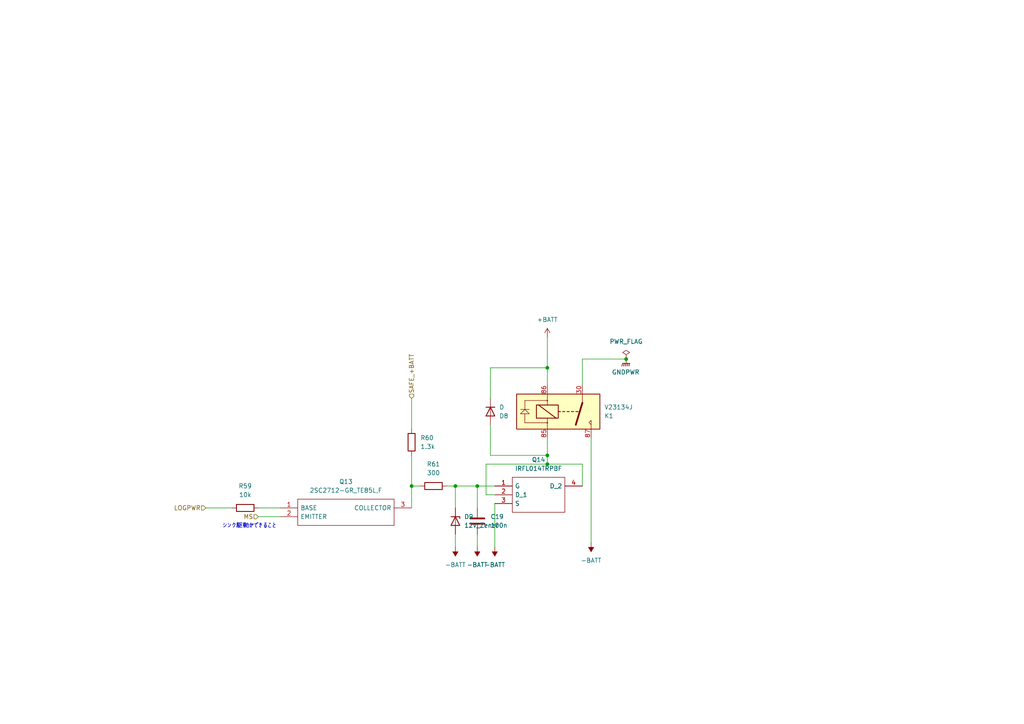
<source format=kicad_sch>
(kicad_sch
	(version 20231120)
	(generator "eeschema")
	(generator_version "8.0")
	(uuid "250bf64c-21f9-4f7b-b89e-c2506a3bc81e")
	(paper "A4")
	(lib_symbols
		(symbol "Device:C"
			(pin_numbers hide)
			(pin_names
				(offset 0.254)
			)
			(exclude_from_sim no)
			(in_bom yes)
			(on_board yes)
			(property "Reference" "C"
				(at 0.635 2.54 0)
				(effects
					(font
						(size 1.27 1.27)
					)
					(justify left)
				)
			)
			(property "Value" "C"
				(at 0.635 -2.54 0)
				(effects
					(font
						(size 1.27 1.27)
					)
					(justify left)
				)
			)
			(property "Footprint" ""
				(at 0.9652 -3.81 0)
				(effects
					(font
						(size 1.27 1.27)
					)
					(hide yes)
				)
			)
			(property "Datasheet" "~"
				(at 0 0 0)
				(effects
					(font
						(size 1.27 1.27)
					)
					(hide yes)
				)
			)
			(property "Description" "Unpolarized capacitor"
				(at 0 0 0)
				(effects
					(font
						(size 1.27 1.27)
					)
					(hide yes)
				)
			)
			(property "ki_keywords" "cap capacitor"
				(at 0 0 0)
				(effects
					(font
						(size 1.27 1.27)
					)
					(hide yes)
				)
			)
			(property "ki_fp_filters" "C_*"
				(at 0 0 0)
				(effects
					(font
						(size 1.27 1.27)
					)
					(hide yes)
				)
			)
			(symbol "C_0_1"
				(polyline
					(pts
						(xy -2.032 -0.762) (xy 2.032 -0.762)
					)
					(stroke
						(width 0.508)
						(type default)
					)
					(fill
						(type none)
					)
				)
				(polyline
					(pts
						(xy -2.032 0.762) (xy 2.032 0.762)
					)
					(stroke
						(width 0.508)
						(type default)
					)
					(fill
						(type none)
					)
				)
			)
			(symbol "C_1_1"
				(pin passive line
					(at 0 3.81 270)
					(length 2.794)
					(name "~"
						(effects
							(font
								(size 1.27 1.27)
							)
						)
					)
					(number "1"
						(effects
							(font
								(size 1.27 1.27)
							)
						)
					)
				)
				(pin passive line
					(at 0 -3.81 90)
					(length 2.794)
					(name "~"
						(effects
							(font
								(size 1.27 1.27)
							)
						)
					)
					(number "2"
						(effects
							(font
								(size 1.27 1.27)
							)
						)
					)
				)
			)
		)
		(symbol "Device:D"
			(pin_numbers hide)
			(pin_names
				(offset 1.016) hide)
			(exclude_from_sim no)
			(in_bom yes)
			(on_board yes)
			(property "Reference" "D"
				(at 0 2.54 0)
				(effects
					(font
						(size 1.27 1.27)
					)
				)
			)
			(property "Value" "D"
				(at 0 -2.54 0)
				(effects
					(font
						(size 1.27 1.27)
					)
				)
			)
			(property "Footprint" ""
				(at 0 0 0)
				(effects
					(font
						(size 1.27 1.27)
					)
					(hide yes)
				)
			)
			(property "Datasheet" "~"
				(at 0 0 0)
				(effects
					(font
						(size 1.27 1.27)
					)
					(hide yes)
				)
			)
			(property "Description" "Diode"
				(at 0 0 0)
				(effects
					(font
						(size 1.27 1.27)
					)
					(hide yes)
				)
			)
			(property "Sim.Device" "D"
				(at 0 0 0)
				(effects
					(font
						(size 1.27 1.27)
					)
					(hide yes)
				)
			)
			(property "Sim.Pins" "1=K 2=A"
				(at 0 0 0)
				(effects
					(font
						(size 1.27 1.27)
					)
					(hide yes)
				)
			)
			(property "ki_keywords" "diode"
				(at 0 0 0)
				(effects
					(font
						(size 1.27 1.27)
					)
					(hide yes)
				)
			)
			(property "ki_fp_filters" "TO-???* *_Diode_* *SingleDiode* D_*"
				(at 0 0 0)
				(effects
					(font
						(size 1.27 1.27)
					)
					(hide yes)
				)
			)
			(symbol "D_0_1"
				(polyline
					(pts
						(xy -1.27 1.27) (xy -1.27 -1.27)
					)
					(stroke
						(width 0.254)
						(type default)
					)
					(fill
						(type none)
					)
				)
				(polyline
					(pts
						(xy 1.27 0) (xy -1.27 0)
					)
					(stroke
						(width 0)
						(type default)
					)
					(fill
						(type none)
					)
				)
				(polyline
					(pts
						(xy 1.27 1.27) (xy 1.27 -1.27) (xy -1.27 0) (xy 1.27 1.27)
					)
					(stroke
						(width 0.254)
						(type default)
					)
					(fill
						(type none)
					)
				)
			)
			(symbol "D_1_1"
				(pin passive line
					(at -3.81 0 0)
					(length 2.54)
					(name "K"
						(effects
							(font
								(size 1.27 1.27)
							)
						)
					)
					(number "1"
						(effects
							(font
								(size 1.27 1.27)
							)
						)
					)
				)
				(pin passive line
					(at 3.81 0 180)
					(length 2.54)
					(name "A"
						(effects
							(font
								(size 1.27 1.27)
							)
						)
					)
					(number "2"
						(effects
							(font
								(size 1.27 1.27)
							)
						)
					)
				)
			)
		)
		(symbol "Device:D_Zener"
			(pin_numbers hide)
			(pin_names
				(offset 1.016) hide)
			(exclude_from_sim no)
			(in_bom yes)
			(on_board yes)
			(property "Reference" "D"
				(at 0 2.54 0)
				(effects
					(font
						(size 1.27 1.27)
					)
				)
			)
			(property "Value" "D_Zener"
				(at 0 -2.54 0)
				(effects
					(font
						(size 1.27 1.27)
					)
				)
			)
			(property "Footprint" ""
				(at 0 0 0)
				(effects
					(font
						(size 1.27 1.27)
					)
					(hide yes)
				)
			)
			(property "Datasheet" "~"
				(at 0 0 0)
				(effects
					(font
						(size 1.27 1.27)
					)
					(hide yes)
				)
			)
			(property "Description" "Zener diode"
				(at 0 0 0)
				(effects
					(font
						(size 1.27 1.27)
					)
					(hide yes)
				)
			)
			(property "ki_keywords" "diode"
				(at 0 0 0)
				(effects
					(font
						(size 1.27 1.27)
					)
					(hide yes)
				)
			)
			(property "ki_fp_filters" "TO-???* *_Diode_* *SingleDiode* D_*"
				(at 0 0 0)
				(effects
					(font
						(size 1.27 1.27)
					)
					(hide yes)
				)
			)
			(symbol "D_Zener_0_1"
				(polyline
					(pts
						(xy 1.27 0) (xy -1.27 0)
					)
					(stroke
						(width 0)
						(type default)
					)
					(fill
						(type none)
					)
				)
				(polyline
					(pts
						(xy -1.27 -1.27) (xy -1.27 1.27) (xy -0.762 1.27)
					)
					(stroke
						(width 0.254)
						(type default)
					)
					(fill
						(type none)
					)
				)
				(polyline
					(pts
						(xy 1.27 -1.27) (xy 1.27 1.27) (xy -1.27 0) (xy 1.27 -1.27)
					)
					(stroke
						(width 0.254)
						(type default)
					)
					(fill
						(type none)
					)
				)
			)
			(symbol "D_Zener_1_1"
				(pin passive line
					(at -3.81 0 0)
					(length 2.54)
					(name "K"
						(effects
							(font
								(size 1.27 1.27)
							)
						)
					)
					(number "1"
						(effects
							(font
								(size 1.27 1.27)
							)
						)
					)
				)
				(pin passive line
					(at 3.81 0 180)
					(length 2.54)
					(name "A"
						(effects
							(font
								(size 1.27 1.27)
							)
						)
					)
					(number "2"
						(effects
							(font
								(size 1.27 1.27)
							)
						)
					)
				)
			)
		)
		(symbol "Device:R"
			(pin_numbers hide)
			(pin_names
				(offset 0)
			)
			(exclude_from_sim no)
			(in_bom yes)
			(on_board yes)
			(property "Reference" "R"
				(at 2.032 0 90)
				(effects
					(font
						(size 1.27 1.27)
					)
				)
			)
			(property "Value" "R"
				(at 0 0 90)
				(effects
					(font
						(size 1.27 1.27)
					)
				)
			)
			(property "Footprint" ""
				(at -1.778 0 90)
				(effects
					(font
						(size 1.27 1.27)
					)
					(hide yes)
				)
			)
			(property "Datasheet" "~"
				(at 0 0 0)
				(effects
					(font
						(size 1.27 1.27)
					)
					(hide yes)
				)
			)
			(property "Description" "Resistor"
				(at 0 0 0)
				(effects
					(font
						(size 1.27 1.27)
					)
					(hide yes)
				)
			)
			(property "ki_keywords" "R res resistor"
				(at 0 0 0)
				(effects
					(font
						(size 1.27 1.27)
					)
					(hide yes)
				)
			)
			(property "ki_fp_filters" "R_*"
				(at 0 0 0)
				(effects
					(font
						(size 1.27 1.27)
					)
					(hide yes)
				)
			)
			(symbol "R_0_1"
				(rectangle
					(start -1.016 -2.54)
					(end 1.016 2.54)
					(stroke
						(width 0.254)
						(type default)
					)
					(fill
						(type none)
					)
				)
			)
			(symbol "R_1_1"
				(pin passive line
					(at 0 3.81 270)
					(length 1.27)
					(name "~"
						(effects
							(font
								(size 1.27 1.27)
							)
						)
					)
					(number "1"
						(effects
							(font
								(size 1.27 1.27)
							)
						)
					)
				)
				(pin passive line
					(at 0 -3.81 90)
					(length 1.27)
					(name "~"
						(effects
							(font
								(size 1.27 1.27)
							)
						)
					)
					(number "2"
						(effects
							(font
								(size 1.27 1.27)
							)
						)
					)
				)
			)
		)
		(symbol "SamacSys_Parts:2SC2712-GR_TE85L,F"
			(pin_names
				(offset 0.762)
			)
			(exclude_from_sim no)
			(in_bom yes)
			(on_board yes)
			(property "Reference" "Q"
				(at 34.29 7.62 0)
				(effects
					(font
						(size 1.27 1.27)
					)
					(justify left)
				)
			)
			(property "Value" "2SC2712-GR_TE85L,F"
				(at 34.29 5.08 0)
				(effects
					(font
						(size 1.27 1.27)
					)
					(justify left)
				)
			)
			(property "Footprint" "SOT95P260X156-3N"
				(at 34.29 2.54 0)
				(effects
					(font
						(size 1.27 1.27)
					)
					(justify left)
					(hide yes)
				)
			)
			(property "Datasheet" "https://toshiba.semicon-storage.com/info/docget.jsp?did=19227&prodName=2SC2712"
				(at 34.29 0 0)
				(effects
					(font
						(size 1.27 1.27)
					)
					(justify left)
					(hide yes)
				)
			)
			(property "Description" "Bipolar Transistors - BJT 150mA 50V"
				(at 0 0 0)
				(effects
					(font
						(size 1.27 1.27)
					)
					(hide yes)
				)
			)
			(property "Description_1" "Bipolar Transistors - BJT 150mA 50V"
				(at 34.29 -2.54 0)
				(effects
					(font
						(size 1.27 1.27)
					)
					(justify left)
					(hide yes)
				)
			)
			(property "Height" "1.56"
				(at 34.29 -5.08 0)
				(effects
					(font
						(size 1.27 1.27)
					)
					(justify left)
					(hide yes)
				)
			)
			(property "Manufacturer_Name" "Toshiba"
				(at 34.29 -7.62 0)
				(effects
					(font
						(size 1.27 1.27)
					)
					(justify left)
					(hide yes)
				)
			)
			(property "Manufacturer_Part_Number" "2SC2712-GR(TE85L,F"
				(at 34.29 -10.16 0)
				(effects
					(font
						(size 1.27 1.27)
					)
					(justify left)
					(hide yes)
				)
			)
			(property "Mouser Part Number" "757-2SC2712-GRTE85LF"
				(at 34.29 -12.7 0)
				(effects
					(font
						(size 1.27 1.27)
					)
					(justify left)
					(hide yes)
				)
			)
			(property "Mouser Price/Stock" "https://www.mouser.co.uk/ProductDetail/Toshiba/2SC2712-GRTE85LF?qs=f0GatGUIxV0SO9AeNG4Chw%3D%3D"
				(at 34.29 -15.24 0)
				(effects
					(font
						(size 1.27 1.27)
					)
					(justify left)
					(hide yes)
				)
			)
			(property "Arrow Part Number" "2SC2712-GR(TE85L,F"
				(at 34.29 -17.78 0)
				(effects
					(font
						(size 1.27 1.27)
					)
					(justify left)
					(hide yes)
				)
			)
			(property "Arrow Price/Stock" "https://www.arrow.com/en/products/2sc2712-gr-te85lf/toshiba?region=nac"
				(at 34.29 -20.32 0)
				(effects
					(font
						(size 1.27 1.27)
					)
					(justify left)
					(hide yes)
				)
			)
			(symbol "2SC2712-GR_TE85L,F_0_0"
				(pin passive line
					(at 0 0 0)
					(length 5.08)
					(name "BASE"
						(effects
							(font
								(size 1.27 1.27)
							)
						)
					)
					(number "1"
						(effects
							(font
								(size 1.27 1.27)
							)
						)
					)
				)
				(pin passive line
					(at 0 -2.54 0)
					(length 5.08)
					(name "EMITTER"
						(effects
							(font
								(size 1.27 1.27)
							)
						)
					)
					(number "2"
						(effects
							(font
								(size 1.27 1.27)
							)
						)
					)
				)
				(pin passive line
					(at 38.1 0 180)
					(length 5.08)
					(name "COLLECTOR"
						(effects
							(font
								(size 1.27 1.27)
							)
						)
					)
					(number "3"
						(effects
							(font
								(size 1.27 1.27)
							)
						)
					)
				)
			)
			(symbol "2SC2712-GR_TE85L,F_0_1"
				(polyline
					(pts
						(xy 5.08 2.54) (xy 33.02 2.54) (xy 33.02 -5.08) (xy 5.08 -5.08) (xy 5.08 2.54)
					)
					(stroke
						(width 0.1524)
						(type solid)
					)
					(fill
						(type none)
					)
				)
			)
		)
		(symbol "SamacSys_Parts:IRFL014TRPBF"
			(pin_names
				(offset 0.762)
			)
			(exclude_from_sim no)
			(in_bom yes)
			(on_board yes)
			(property "Reference" "Q"
				(at 21.59 7.62 0)
				(effects
					(font
						(size 1.27 1.27)
					)
					(justify left)
				)
			)
			(property "Value" "IRFL014TRPBF"
				(at 21.59 5.08 0)
				(effects
					(font
						(size 1.27 1.27)
					)
					(justify left)
				)
			)
			(property "Footprint" "SOT230P700X180-4N"
				(at 21.59 2.54 0)
				(effects
					(font
						(size 1.27 1.27)
					)
					(justify left)
					(hide yes)
				)
			)
			(property "Datasheet" "https://www.vishay.com/docs/91191/sihfl014.pdf"
				(at 21.59 0 0)
				(effects
					(font
						(size 1.27 1.27)
					)
					(justify left)
					(hide yes)
				)
			)
			(property "Description" "Vishay IRFL014TRPBF N-channel MOSFET Transistor, 2.7 A, 60 V, 3-Pin SOT-223"
				(at 0 0 0)
				(effects
					(font
						(size 1.27 1.27)
					)
					(hide yes)
				)
			)
			(property "Description_1" "Vishay IRFL014TRPBF N-channel MOSFET Transistor, 2.7 A, 60 V, 3-Pin SOT-223"
				(at 21.59 -2.54 0)
				(effects
					(font
						(size 1.27 1.27)
					)
					(justify left)
					(hide yes)
				)
			)
			(property "Height" "1.8"
				(at 21.59 -5.08 0)
				(effects
					(font
						(size 1.27 1.27)
					)
					(justify left)
					(hide yes)
				)
			)
			(property "Manufacturer_Name" "Vishay"
				(at 21.59 -7.62 0)
				(effects
					(font
						(size 1.27 1.27)
					)
					(justify left)
					(hide yes)
				)
			)
			(property "Manufacturer_Part_Number" "IRFL014TRPBF"
				(at 21.59 -10.16 0)
				(effects
					(font
						(size 1.27 1.27)
					)
					(justify left)
					(hide yes)
				)
			)
			(property "Mouser Part Number" "844-IRFL014TRPBF"
				(at 21.59 -12.7 0)
				(effects
					(font
						(size 1.27 1.27)
					)
					(justify left)
					(hide yes)
				)
			)
			(property "Mouser Price/Stock" "https://www.mouser.co.uk/ProductDetail/Vishay-Semiconductors/IRFL014TRPBF?qs=I1ZA2VTqfvS7RXCvpt%252B0rg%3D%3D"
				(at 21.59 -15.24 0)
				(effects
					(font
						(size 1.27 1.27)
					)
					(justify left)
					(hide yes)
				)
			)
			(property "Arrow Part Number" "IRFL014TRPBF"
				(at 21.59 -17.78 0)
				(effects
					(font
						(size 1.27 1.27)
					)
					(justify left)
					(hide yes)
				)
			)
			(property "Arrow Price/Stock" "https://www.arrow.com/en/products/irfl014trpbf/vishay?region=nac"
				(at 21.59 -20.32 0)
				(effects
					(font
						(size 1.27 1.27)
					)
					(justify left)
					(hide yes)
				)
			)
			(symbol "IRFL014TRPBF_0_0"
				(pin passive line
					(at 0 0 0)
					(length 5.08)
					(name "G"
						(effects
							(font
								(size 1.27 1.27)
							)
						)
					)
					(number "1"
						(effects
							(font
								(size 1.27 1.27)
							)
						)
					)
				)
				(pin passive line
					(at 0 -2.54 0)
					(length 5.08)
					(name "D_1"
						(effects
							(font
								(size 1.27 1.27)
							)
						)
					)
					(number "2"
						(effects
							(font
								(size 1.27 1.27)
							)
						)
					)
				)
				(pin passive line
					(at 0 -5.08 0)
					(length 5.08)
					(name "S"
						(effects
							(font
								(size 1.27 1.27)
							)
						)
					)
					(number "3"
						(effects
							(font
								(size 1.27 1.27)
							)
						)
					)
				)
				(pin passive line
					(at 25.4 0 180)
					(length 5.08)
					(name "D_2"
						(effects
							(font
								(size 1.27 1.27)
							)
						)
					)
					(number "4"
						(effects
							(font
								(size 1.27 1.27)
							)
						)
					)
				)
			)
			(symbol "IRFL014TRPBF_0_1"
				(polyline
					(pts
						(xy 5.08 2.54) (xy 20.32 2.54) (xy 20.32 -7.62) (xy 5.08 -7.62) (xy 5.08 2.54)
					)
					(stroke
						(width 0.1524)
						(type solid)
					)
					(fill
						(type none)
					)
				)
			)
		)
		(symbol "original:V23134J"
			(exclude_from_sim no)
			(in_bom yes)
			(on_board yes)
			(property "Reference" "K"
				(at 0 0 0)
				(effects
					(font
						(size 1.27 1.27)
					)
				)
			)
			(property "Value" "V23134J"
				(at 0 0 0)
				(effects
					(font
						(size 1.27 1.27)
					)
				)
			)
			(property "Footprint" "original:V23134J1052D642"
				(at 0 0 0)
				(effects
					(font
						(size 1.27 1.27)
					)
					(hide yes)
				)
			)
			(property "Datasheet" "https://www.mouser.jp/datasheet/2/418/6/ENG_DS_V23134_X0000_A002_0320-844445.pdf"
				(at 0 0 0)
				(effects
					(font
						(size 1.27 1.27)
					)
					(hide yes)
				)
			)
			(property "Description" ""
				(at 0 0 0)
				(effects
					(font
						(size 1.27 1.27)
					)
					(hide yes)
				)
			)
			(symbol "V23134J_0_0"
				(polyline
					(pts
						(xy 7.62 5.08) (xy 7.62 2.54) (xy 6.985 3.175) (xy 7.62 3.81)
					)
					(stroke
						(width 0)
						(type default)
					)
					(fill
						(type none)
					)
				)
			)
			(symbol "V23134J_0_1"
				(rectangle
					(start -8.255 1.905)
					(end -1.905 -1.905)
					(stroke
						(width 0.254)
						(type default)
					)
					(fill
						(type none)
					)
				)
				(polyline
					(pts
						(xy -12.8639 -0.6272) (xy -10.3239 -0.6272)
					)
					(stroke
						(width 0)
						(type default)
					)
					(fill
						(type none)
					)
				)
				(polyline
					(pts
						(xy -7.62 -1.905) (xy -2.54 1.905)
					)
					(stroke
						(width 0.254)
						(type default)
					)
					(fill
						(type none)
					)
				)
				(polyline
					(pts
						(xy -5.08 -5.08) (xy -5.08 -1.905)
					)
					(stroke
						(width 0)
						(type default)
					)
					(fill
						(type none)
					)
				)
				(polyline
					(pts
						(xy -5.08 5.08) (xy -5.08 1.905)
					)
					(stroke
						(width 0)
						(type default)
					)
					(fill
						(type none)
					)
				)
				(polyline
					(pts
						(xy -1.905 0) (xy -1.27 0)
					)
					(stroke
						(width 0.254)
						(type default)
					)
					(fill
						(type none)
					)
				)
				(polyline
					(pts
						(xy -0.635 0) (xy 0 0)
					)
					(stroke
						(width 0.254)
						(type default)
					)
					(fill
						(type none)
					)
				)
				(polyline
					(pts
						(xy 0.635 0) (xy 1.27 0)
					)
					(stroke
						(width 0.254)
						(type default)
					)
					(fill
						(type none)
					)
				)
				(polyline
					(pts
						(xy 1.905 0) (xy 2.54 0)
					)
					(stroke
						(width 0.254)
						(type default)
					)
					(fill
						(type none)
					)
				)
				(polyline
					(pts
						(xy 3.175 0) (xy 3.81 0)
					)
					(stroke
						(width 0.254)
						(type default)
					)
					(fill
						(type none)
					)
				)
				(polyline
					(pts
						(xy 5.08 -2.54) (xy 3.175 3.81)
					)
					(stroke
						(width 0.508)
						(type default)
					)
					(fill
						(type none)
					)
				)
				(polyline
					(pts
						(xy 5.08 -2.54) (xy 5.08 -5.08)
					)
					(stroke
						(width 0)
						(type default)
					)
					(fill
						(type none)
					)
				)
				(polyline
					(pts
						(xy -12.8639 0.6428) (xy -10.3239 0.6428) (xy -11.5939 -0.6272) (xy -12.8639 0.6428)
					)
					(stroke
						(width 0)
						(type default)
					)
					(fill
						(type none)
					)
				)
			)
			(symbol "V23134J_1_1"
				(rectangle
					(start -13.97 5.08)
					(end 10.16 -5.08)
					(stroke
						(width 0.254)
						(type default)
					)
					(fill
						(type background)
					)
				)
				(circle
					(center -5.0854 3.2435)
					(radius 0.1286)
					(stroke
						(width 0)
						(type default)
					)
					(fill
						(type outline)
					)
				)
				(circle
					(center -5.0734 -3.2217)
					(radius 0.1176)
					(stroke
						(width 0)
						(type default)
					)
					(fill
						(type outline)
					)
				)
				(polyline
					(pts
						(xy -11.6092 0.6725) (xy -11.6092 3.2534)
					)
					(stroke
						(width 0)
						(type default)
					)
					(fill
						(type none)
					)
				)
				(polyline
					(pts
						(xy -11.6092 3.2406) (xy -5.1093 3.2406)
					)
					(stroke
						(width 0)
						(type default)
					)
					(fill
						(type none)
					)
				)
				(polyline
					(pts
						(xy -11.5853 -3.235) (xy -11.5853 -3.235)
					)
					(stroke
						(width 0)
						(type default)
					)
					(fill
						(type none)
					)
				)
				(polyline
					(pts
						(xy -11.5853 -0.6302) (xy -11.5853 -3.235)
					)
					(stroke
						(width 0)
						(type default)
					)
					(fill
						(type none)
					)
				)
				(polyline
					(pts
						(xy -11.5375 -3.2234) (xy -5.1093 -3.223)
					)
					(stroke
						(width 0)
						(type default)
					)
					(fill
						(type none)
					)
				)
				(polyline
					(pts
						(xy -5.1212 3.2534) (xy -5.1212 3.2534)
					)
					(stroke
						(width 0)
						(type default)
					)
					(fill
						(type none)
					)
				)
				(polyline
					(pts
						(xy -5.1093 -3.235) (xy -5.1093 -3.235)
					)
					(stroke
						(width 0)
						(type default)
					)
					(fill
						(type none)
					)
				)
				(pin passive line
					(at 5.08 -7.62 90)
					(length 2.54)
					(name "~"
						(effects
							(font
								(size 1.27 1.27)
							)
						)
					)
					(number "30"
						(effects
							(font
								(size 1.27 1.27)
							)
						)
					)
				)
				(pin passive line
					(at -5.08 7.62 270)
					(length 2.54)
					(name "~"
						(effects
							(font
								(size 1.27 1.27)
							)
						)
					)
					(number "85"
						(effects
							(font
								(size 1.27 1.27)
							)
						)
					)
				)
				(pin passive line
					(at -5.08 -7.62 90)
					(length 2.54)
					(name "~"
						(effects
							(font
								(size 1.27 1.27)
							)
						)
					)
					(number "86"
						(effects
							(font
								(size 1.27 1.27)
							)
						)
					)
				)
				(pin passive line
					(at 7.62 7.62 270)
					(length 2.54)
					(name "~"
						(effects
							(font
								(size 1.27 1.27)
							)
						)
					)
					(number "87"
						(effects
							(font
								(size 1.27 1.27)
							)
						)
					)
				)
			)
		)
		(symbol "power:+BATT"
			(power)
			(pin_numbers hide)
			(pin_names
				(offset 0) hide)
			(exclude_from_sim no)
			(in_bom yes)
			(on_board yes)
			(property "Reference" "#PWR"
				(at 0 -3.81 0)
				(effects
					(font
						(size 1.27 1.27)
					)
					(hide yes)
				)
			)
			(property "Value" "+BATT"
				(at 0 3.556 0)
				(effects
					(font
						(size 1.27 1.27)
					)
				)
			)
			(property "Footprint" ""
				(at 0 0 0)
				(effects
					(font
						(size 1.27 1.27)
					)
					(hide yes)
				)
			)
			(property "Datasheet" ""
				(at 0 0 0)
				(effects
					(font
						(size 1.27 1.27)
					)
					(hide yes)
				)
			)
			(property "Description" "Power symbol creates a global label with name \"+BATT\""
				(at 0 0 0)
				(effects
					(font
						(size 1.27 1.27)
					)
					(hide yes)
				)
			)
			(property "ki_keywords" "global power battery"
				(at 0 0 0)
				(effects
					(font
						(size 1.27 1.27)
					)
					(hide yes)
				)
			)
			(symbol "+BATT_0_1"
				(polyline
					(pts
						(xy -0.762 1.27) (xy 0 2.54)
					)
					(stroke
						(width 0)
						(type default)
					)
					(fill
						(type none)
					)
				)
				(polyline
					(pts
						(xy 0 0) (xy 0 2.54)
					)
					(stroke
						(width 0)
						(type default)
					)
					(fill
						(type none)
					)
				)
				(polyline
					(pts
						(xy 0 2.54) (xy 0.762 1.27)
					)
					(stroke
						(width 0)
						(type default)
					)
					(fill
						(type none)
					)
				)
			)
			(symbol "+BATT_1_1"
				(pin power_in line
					(at 0 0 90)
					(length 0)
					(name "~"
						(effects
							(font
								(size 1.27 1.27)
							)
						)
					)
					(number "1"
						(effects
							(font
								(size 1.27 1.27)
							)
						)
					)
				)
			)
		)
		(symbol "power:-BATT"
			(power)
			(pin_numbers hide)
			(pin_names
				(offset 0) hide)
			(exclude_from_sim no)
			(in_bom yes)
			(on_board yes)
			(property "Reference" "#PWR"
				(at 0 -3.81 0)
				(effects
					(font
						(size 1.27 1.27)
					)
					(hide yes)
				)
			)
			(property "Value" "-BATT"
				(at 0 3.556 0)
				(effects
					(font
						(size 1.27 1.27)
					)
				)
			)
			(property "Footprint" ""
				(at 0 0 0)
				(effects
					(font
						(size 1.27 1.27)
					)
					(hide yes)
				)
			)
			(property "Datasheet" ""
				(at 0 0 0)
				(effects
					(font
						(size 1.27 1.27)
					)
					(hide yes)
				)
			)
			(property "Description" "Power symbol creates a global label with name \"-BATT\""
				(at 0 0 0)
				(effects
					(font
						(size 1.27 1.27)
					)
					(hide yes)
				)
			)
			(property "ki_keywords" "global power battery"
				(at 0 0 0)
				(effects
					(font
						(size 1.27 1.27)
					)
					(hide yes)
				)
			)
			(symbol "-BATT_0_1"
				(polyline
					(pts
						(xy 0 0) (xy 0 2.54)
					)
					(stroke
						(width 0)
						(type default)
					)
					(fill
						(type none)
					)
				)
				(polyline
					(pts
						(xy 0.762 1.27) (xy -0.762 1.27) (xy 0 2.54) (xy 0.762 1.27)
					)
					(stroke
						(width 0)
						(type default)
					)
					(fill
						(type outline)
					)
				)
			)
			(symbol "-BATT_1_1"
				(pin power_in line
					(at 0 0 90)
					(length 0)
					(name "~"
						(effects
							(font
								(size 1.27 1.27)
							)
						)
					)
					(number "1"
						(effects
							(font
								(size 1.27 1.27)
							)
						)
					)
				)
			)
		)
		(symbol "power:GNDPWR"
			(power)
			(pin_numbers hide)
			(pin_names
				(offset 0) hide)
			(exclude_from_sim no)
			(in_bom yes)
			(on_board yes)
			(property "Reference" "#PWR"
				(at 0 -5.08 0)
				(effects
					(font
						(size 1.27 1.27)
					)
					(hide yes)
				)
			)
			(property "Value" "GNDPWR"
				(at 0 -3.302 0)
				(effects
					(font
						(size 1.27 1.27)
					)
				)
			)
			(property "Footprint" ""
				(at 0 -1.27 0)
				(effects
					(font
						(size 1.27 1.27)
					)
					(hide yes)
				)
			)
			(property "Datasheet" ""
				(at 0 -1.27 0)
				(effects
					(font
						(size 1.27 1.27)
					)
					(hide yes)
				)
			)
			(property "Description" "Power symbol creates a global label with name \"GNDPWR\" , global ground"
				(at 0 0 0)
				(effects
					(font
						(size 1.27 1.27)
					)
					(hide yes)
				)
			)
			(property "ki_keywords" "global ground"
				(at 0 0 0)
				(effects
					(font
						(size 1.27 1.27)
					)
					(hide yes)
				)
			)
			(symbol "GNDPWR_0_1"
				(polyline
					(pts
						(xy 0 -1.27) (xy 0 0)
					)
					(stroke
						(width 0)
						(type default)
					)
					(fill
						(type none)
					)
				)
				(polyline
					(pts
						(xy -1.016 -1.27) (xy -1.27 -2.032) (xy -1.27 -2.032)
					)
					(stroke
						(width 0.2032)
						(type default)
					)
					(fill
						(type none)
					)
				)
				(polyline
					(pts
						(xy -0.508 -1.27) (xy -0.762 -2.032) (xy -0.762 -2.032)
					)
					(stroke
						(width 0.2032)
						(type default)
					)
					(fill
						(type none)
					)
				)
				(polyline
					(pts
						(xy 0 -1.27) (xy -0.254 -2.032) (xy -0.254 -2.032)
					)
					(stroke
						(width 0.2032)
						(type default)
					)
					(fill
						(type none)
					)
				)
				(polyline
					(pts
						(xy 0.508 -1.27) (xy 0.254 -2.032) (xy 0.254 -2.032)
					)
					(stroke
						(width 0.2032)
						(type default)
					)
					(fill
						(type none)
					)
				)
				(polyline
					(pts
						(xy 1.016 -1.27) (xy -1.016 -1.27) (xy -1.016 -1.27)
					)
					(stroke
						(width 0.2032)
						(type default)
					)
					(fill
						(type none)
					)
				)
				(polyline
					(pts
						(xy 1.016 -1.27) (xy 0.762 -2.032) (xy 0.762 -2.032) (xy 0.762 -2.032)
					)
					(stroke
						(width 0.2032)
						(type default)
					)
					(fill
						(type none)
					)
				)
			)
			(symbol "GNDPWR_1_1"
				(pin power_in line
					(at 0 0 270)
					(length 0)
					(name "~"
						(effects
							(font
								(size 1.27 1.27)
							)
						)
					)
					(number "1"
						(effects
							(font
								(size 1.27 1.27)
							)
						)
					)
				)
			)
		)
		(symbol "power:PWR_FLAG"
			(power)
			(pin_numbers hide)
			(pin_names
				(offset 0) hide)
			(exclude_from_sim no)
			(in_bom yes)
			(on_board yes)
			(property "Reference" "#FLG"
				(at 0 1.905 0)
				(effects
					(font
						(size 1.27 1.27)
					)
					(hide yes)
				)
			)
			(property "Value" "PWR_FLAG"
				(at 0 3.81 0)
				(effects
					(font
						(size 1.27 1.27)
					)
				)
			)
			(property "Footprint" ""
				(at 0 0 0)
				(effects
					(font
						(size 1.27 1.27)
					)
					(hide yes)
				)
			)
			(property "Datasheet" "~"
				(at 0 0 0)
				(effects
					(font
						(size 1.27 1.27)
					)
					(hide yes)
				)
			)
			(property "Description" "Special symbol for telling ERC where power comes from"
				(at 0 0 0)
				(effects
					(font
						(size 1.27 1.27)
					)
					(hide yes)
				)
			)
			(property "ki_keywords" "flag power"
				(at 0 0 0)
				(effects
					(font
						(size 1.27 1.27)
					)
					(hide yes)
				)
			)
			(symbol "PWR_FLAG_0_0"
				(pin power_out line
					(at 0 0 90)
					(length 0)
					(name "~"
						(effects
							(font
								(size 1.27 1.27)
							)
						)
					)
					(number "1"
						(effects
							(font
								(size 1.27 1.27)
							)
						)
					)
				)
			)
			(symbol "PWR_FLAG_0_1"
				(polyline
					(pts
						(xy 0 0) (xy 0 1.27) (xy -1.016 1.905) (xy 0 2.54) (xy 1.016 1.905) (xy 0 1.27)
					)
					(stroke
						(width 0)
						(type default)
					)
					(fill
						(type none)
					)
				)
			)
		)
	)
	(junction
		(at 138.43 140.97)
		(diameter 0)
		(color 0 0 0 0)
		(uuid "370e49ee-9ec6-41dc-a4ea-3027e51b840d")
	)
	(junction
		(at 119.38 140.97)
		(diameter 0)
		(color 0 0 0 0)
		(uuid "3c805013-0354-4f53-9a0e-082f8cce53a0")
	)
	(junction
		(at 132.08 140.97)
		(diameter 0)
		(color 0 0 0 0)
		(uuid "41db95f1-791f-449d-86f0-f55d45a05795")
	)
	(junction
		(at 158.75 106.68)
		(diameter 0)
		(color 0 0 0 0)
		(uuid "5606fdb1-b636-41cd-93aa-136b16605b4c")
	)
	(junction
		(at 158.75 132.08)
		(diameter 0)
		(color 0 0 0 0)
		(uuid "66c8bd48-10da-43ac-8ae7-b446e7028115")
	)
	(junction
		(at 158.75 134.62)
		(diameter 0)
		(color 0 0 0 0)
		(uuid "699e7e3c-a84f-4556-854a-07b614e1963e")
	)
	(junction
		(at 181.61 104.14)
		(diameter 0)
		(color 0 0 0 0)
		(uuid "c733710d-7f57-42b6-85c7-65d2fba9c43e")
	)
	(wire
		(pts
			(xy 142.24 123.19) (xy 142.24 132.08)
		)
		(stroke
			(width 0)
			(type default)
		)
		(uuid "01863661-68e9-4134-81cc-94e77115d8be")
	)
	(wire
		(pts
			(xy 74.93 147.32) (xy 81.28 147.32)
		)
		(stroke
			(width 0)
			(type default)
		)
		(uuid "1a987b5f-54b0-48ca-959b-d51d9049fde4")
	)
	(wire
		(pts
			(xy 140.97 143.51) (xy 143.51 143.51)
		)
		(stroke
			(width 0)
			(type default)
		)
		(uuid "1ea92d70-f4f6-4216-9585-ac532a2d03e4")
	)
	(wire
		(pts
			(xy 138.43 140.97) (xy 138.43 147.32)
		)
		(stroke
			(width 0)
			(type default)
		)
		(uuid "2416309b-45f6-4a62-abbf-be5faf5e654d")
	)
	(wire
		(pts
			(xy 119.38 132.08) (xy 119.38 140.97)
		)
		(stroke
			(width 0)
			(type default)
		)
		(uuid "253eca42-03d1-4d7b-9cd2-c3bb1301c8e9")
	)
	(wire
		(pts
			(xy 168.91 134.62) (xy 158.75 134.62)
		)
		(stroke
			(width 0)
			(type default)
		)
		(uuid "42f0a93b-a8db-475d-bfce-46cdf01916ac")
	)
	(wire
		(pts
			(xy 168.91 104.14) (xy 168.91 111.76)
		)
		(stroke
			(width 0)
			(type default)
		)
		(uuid "514325a7-3deb-40b2-bb34-f6d0304e7376")
	)
	(wire
		(pts
			(xy 168.91 140.97) (xy 168.91 134.62)
		)
		(stroke
			(width 0)
			(type default)
		)
		(uuid "53cbf867-9862-465f-9537-b60c652a7d95")
	)
	(wire
		(pts
			(xy 59.69 147.32) (xy 67.31 147.32)
		)
		(stroke
			(width 0)
			(type default)
		)
		(uuid "5e37a3b4-2ca9-4a7d-bd7e-443969bc2731")
	)
	(wire
		(pts
			(xy 138.43 140.97) (xy 143.51 140.97)
		)
		(stroke
			(width 0)
			(type default)
		)
		(uuid "5f87a4f1-2934-431e-b2b0-af2c3c0bf2e1")
	)
	(wire
		(pts
			(xy 142.24 115.57) (xy 142.24 106.68)
		)
		(stroke
			(width 0)
			(type default)
		)
		(uuid "61529212-546f-4d33-8540-3e0078ff9bb1")
	)
	(wire
		(pts
			(xy 140.97 134.62) (xy 140.97 143.51)
		)
		(stroke
			(width 0)
			(type default)
		)
		(uuid "699e01a6-d173-40d3-acf3-5a2b35f083ef")
	)
	(wire
		(pts
			(xy 119.38 140.97) (xy 119.38 147.32)
		)
		(stroke
			(width 0)
			(type default)
		)
		(uuid "7de88ce9-764c-473e-864d-7ed9b7c286be")
	)
	(wire
		(pts
			(xy 132.08 140.97) (xy 138.43 140.97)
		)
		(stroke
			(width 0)
			(type default)
		)
		(uuid "90854fb3-0ff3-4b0d-a2b1-eef929617d44")
	)
	(wire
		(pts
			(xy 119.38 140.97) (xy 121.92 140.97)
		)
		(stroke
			(width 0)
			(type default)
		)
		(uuid "93edd04f-05fc-467b-8382-f1eb35a47375")
	)
	(wire
		(pts
			(xy 119.38 124.46) (xy 119.38 115.57)
		)
		(stroke
			(width 0)
			(type default)
		)
		(uuid "958b93e8-b0cc-45ff-9093-c3a764d55ccd")
	)
	(wire
		(pts
			(xy 158.75 97.79) (xy 158.75 106.68)
		)
		(stroke
			(width 0)
			(type default)
		)
		(uuid "a056c56b-83f2-48df-a5b7-e8acfe4cf3ed")
	)
	(wire
		(pts
			(xy 74.93 149.86) (xy 81.28 149.86)
		)
		(stroke
			(width 0)
			(type default)
		)
		(uuid "ae0476b9-c1ed-4b8b-bbe9-5878c16607d7")
	)
	(wire
		(pts
			(xy 158.75 106.68) (xy 158.75 111.76)
		)
		(stroke
			(width 0)
			(type default)
		)
		(uuid "ae5e1357-5091-4d44-a042-0e80e6bd119e")
	)
	(wire
		(pts
			(xy 132.08 154.94) (xy 132.08 158.75)
		)
		(stroke
			(width 0)
			(type default)
		)
		(uuid "c10b3193-91b9-4389-8a2d-7c8921e65422")
	)
	(wire
		(pts
			(xy 168.91 104.14) (xy 181.61 104.14)
		)
		(stroke
			(width 0)
			(type default)
		)
		(uuid "c2d9a2ad-c694-4f11-a646-4c676315c86c")
	)
	(wire
		(pts
			(xy 142.24 106.68) (xy 158.75 106.68)
		)
		(stroke
			(width 0)
			(type default)
		)
		(uuid "c3b2f838-ae09-424e-92e6-9d4641312009")
	)
	(wire
		(pts
			(xy 132.08 140.97) (xy 132.08 147.32)
		)
		(stroke
			(width 0)
			(type default)
		)
		(uuid "c7dcb463-1de0-4022-a8e4-e5fa249b5f4a")
	)
	(wire
		(pts
			(xy 140.97 134.62) (xy 158.75 134.62)
		)
		(stroke
			(width 0)
			(type default)
		)
		(uuid "daaf8b84-e105-4c75-99c4-86f59493177e")
	)
	(wire
		(pts
			(xy 158.75 127) (xy 158.75 132.08)
		)
		(stroke
			(width 0)
			(type default)
		)
		(uuid "ef883d5b-ae73-4a90-8a2a-652e2acef091")
	)
	(wire
		(pts
			(xy 142.24 132.08) (xy 158.75 132.08)
		)
		(stroke
			(width 0)
			(type default)
		)
		(uuid "f04ab170-2a24-496c-8f6a-f027c5d63ea9")
	)
	(wire
		(pts
			(xy 129.54 140.97) (xy 132.08 140.97)
		)
		(stroke
			(width 0)
			(type default)
		)
		(uuid "f8498e9a-9f39-4fdc-b062-80fb8623ec1d")
	)
	(wire
		(pts
			(xy 171.45 127) (xy 171.45 157.48)
		)
		(stroke
			(width 0)
			(type default)
		)
		(uuid "fc7931a7-b038-4950-9ecf-2232f86c0026")
	)
	(wire
		(pts
			(xy 158.75 132.08) (xy 158.75 134.62)
		)
		(stroke
			(width 0)
			(type default)
		)
		(uuid "fd03f202-6bc6-4f75-b839-b458465efdcf")
	)
	(wire
		(pts
			(xy 138.43 154.94) (xy 138.43 158.75)
		)
		(stroke
			(width 0)
			(type default)
		)
		(uuid "fdae5b0a-64ab-4cf5-ad68-da3ae63f69fc")
	)
	(wire
		(pts
			(xy 143.51 146.05) (xy 143.51 158.75)
		)
		(stroke
			(width 0)
			(type default)
		)
		(uuid "fe42966d-db90-4bd7-8501-4096e5f82d5c")
	)
	(text "シンク駆動ができること"
		(exclude_from_sim no)
		(at 72.39 152.654 0)
		(effects
			(font
				(size 1.27 1.27)
			)
		)
		(uuid "df2f9606-a07b-4804-8f4a-f03123e3715e")
	)
	(hierarchical_label "MS"
		(shape input)
		(at 74.93 149.86 180)
		(fields_autoplaced yes)
		(effects
			(font
				(size 1.27 1.27)
			)
			(justify right)
		)
		(uuid "2d3a294d-9ab6-44f2-92dd-dbea07a978da")
	)
	(hierarchical_label "SAFE_+BATT"
		(shape input)
		(at 119.38 115.57 90)
		(fields_autoplaced yes)
		(effects
			(font
				(size 1.27 1.27)
			)
			(justify left)
		)
		(uuid "837cc41b-23be-4023-a128-922c801d172b")
	)
	(hierarchical_label "LOGPWR"
		(shape input)
		(at 59.69 147.32 180)
		(fields_autoplaced yes)
		(effects
			(font
				(size 1.27 1.27)
			)
			(justify right)
		)
		(uuid "cea6759a-fac0-488b-a903-df2d6e16afd1")
	)
	(symbol
		(lib_id "Device:R")
		(at 125.73 140.97 270)
		(unit 1)
		(exclude_from_sim no)
		(in_bom yes)
		(on_board yes)
		(dnp no)
		(fields_autoplaced yes)
		(uuid "0270e363-8f22-4890-8019-24022578d48b")
		(property "Reference" "R61"
			(at 125.73 134.62 90)
			(effects
				(font
					(size 1.27 1.27)
				)
			)
		)
		(property "Value" "300"
			(at 125.73 137.16 90)
			(effects
				(font
					(size 1.27 1.27)
				)
			)
		)
		(property "Footprint" "Resistor_SMD:R_0603_1608Metric"
			(at 125.73 139.192 90)
			(effects
				(font
					(size 1.27 1.27)
				)
				(hide yes)
			)
		)
		(property "Datasheet" "~"
			(at 125.73 140.97 0)
			(effects
				(font
					(size 1.27 1.27)
				)
				(hide yes)
			)
		)
		(property "Description" "Resistor"
			(at 125.73 140.97 0)
			(effects
				(font
					(size 1.27 1.27)
				)
				(hide yes)
			)
		)
		(property "JLCPCB Parts#" ""
			(at 125.73 140.97 0)
			(effects
				(font
					(size 1.27 1.27)
				)
				(hide yes)
			)
		)
		(pin "1"
			(uuid "78341e2b-9102-4e37-839b-a0691860726e")
		)
		(pin "2"
			(uuid "f12b89d8-cb74-40eb-b027-9061662be9f6")
		)
		(instances
			(project ""
				(path "/7933aef9-9608-4ce1-b0d8-a4ffd3b998e4/a3ca3e3d-7f11-4e5a-900e-b192a8343e04/87bef607-8228-4982-a851-4bb1999413f0"
					(reference "R61")
					(unit 1)
				)
			)
		)
	)
	(symbol
		(lib_id "Device:D")
		(at 142.24 119.38 90)
		(mirror x)
		(unit 1)
		(exclude_from_sim no)
		(in_bom yes)
		(on_board yes)
		(dnp no)
		(uuid "2a871879-357e-4c37-8a73-817bd663e08a")
		(property "Reference" "D8"
			(at 144.78 120.6501 90)
			(effects
				(font
					(size 1.27 1.27)
				)
				(justify right)
			)
		)
		(property "Value" "D"
			(at 144.78 118.1101 90)
			(effects
				(font
					(size 1.27 1.27)
				)
				(justify right)
			)
		)
		(property "Footprint" "Diode_THT:D_5W_P5.08mm_Vertical_KathodeUp"
			(at 142.24 119.38 0)
			(effects
				(font
					(size 1.27 1.27)
				)
				(hide yes)
			)
		)
		(property "Datasheet" "~"
			(at 142.24 119.38 0)
			(effects
				(font
					(size 1.27 1.27)
				)
				(hide yes)
			)
		)
		(property "Description" "Diode"
			(at 142.24 119.38 0)
			(effects
				(font
					(size 1.27 1.27)
				)
				(hide yes)
			)
		)
		(property "Sim.Device" "D"
			(at 142.24 119.38 0)
			(effects
				(font
					(size 1.27 1.27)
				)
				(hide yes)
			)
		)
		(property "Sim.Pins" "1=K 2=A"
			(at 142.24 119.38 0)
			(effects
				(font
					(size 1.27 1.27)
				)
				(hide yes)
			)
		)
		(property "JLCPCB Parts#" ""
			(at 142.24 119.38 0)
			(effects
				(font
					(size 1.27 1.27)
				)
				(hide yes)
			)
		)
		(pin "2"
			(uuid "98ee45d1-53f1-4bbe-98b1-4606d37aa247")
		)
		(pin "1"
			(uuid "73902573-728d-4aa5-b8eb-36ff85068581")
		)
		(instances
			(project "chibarobo_board_2024"
				(path "/7933aef9-9608-4ce1-b0d8-a4ffd3b998e4/a3ca3e3d-7f11-4e5a-900e-b192a8343e04/87bef607-8228-4982-a851-4bb1999413f0"
					(reference "D8")
					(unit 1)
				)
			)
		)
	)
	(symbol
		(lib_id "power:PWR_FLAG")
		(at 181.61 104.14 0)
		(unit 1)
		(exclude_from_sim no)
		(in_bom yes)
		(on_board yes)
		(dnp no)
		(fields_autoplaced yes)
		(uuid "39fa1c07-569a-498e-af0f-e82dabd6e6a7")
		(property "Reference" "#FLG07"
			(at 181.61 102.235 0)
			(effects
				(font
					(size 1.27 1.27)
				)
				(hide yes)
			)
		)
		(property "Value" "PWR_FLAG"
			(at 181.61 99.06 0)
			(effects
				(font
					(size 1.27 1.27)
				)
			)
		)
		(property "Footprint" ""
			(at 181.61 104.14 0)
			(effects
				(font
					(size 1.27 1.27)
				)
				(hide yes)
			)
		)
		(property "Datasheet" "~"
			(at 181.61 104.14 0)
			(effects
				(font
					(size 1.27 1.27)
				)
				(hide yes)
			)
		)
		(property "Description" "Special symbol for telling ERC where power comes from"
			(at 181.61 104.14 0)
			(effects
				(font
					(size 1.27 1.27)
				)
				(hide yes)
			)
		)
		(pin "1"
			(uuid "ee56dd0c-b66a-4b97-b48d-f5521fce34fe")
		)
		(instances
			(project ""
				(path "/7933aef9-9608-4ce1-b0d8-a4ffd3b998e4/a3ca3e3d-7f11-4e5a-900e-b192a8343e04/87bef607-8228-4982-a851-4bb1999413f0"
					(reference "#FLG07")
					(unit 1)
				)
			)
		)
	)
	(symbol
		(lib_id "power:-BATT")
		(at 132.08 158.75 180)
		(unit 1)
		(exclude_from_sim no)
		(in_bom yes)
		(on_board yes)
		(dnp no)
		(fields_autoplaced yes)
		(uuid "4a3a7cf8-9808-48bc-be42-e76689750d99")
		(property "Reference" "#PWR098"
			(at 132.08 154.94 0)
			(effects
				(font
					(size 1.27 1.27)
				)
				(hide yes)
			)
		)
		(property "Value" "-BATT"
			(at 132.08 163.83 0)
			(effects
				(font
					(size 1.27 1.27)
				)
			)
		)
		(property "Footprint" ""
			(at 132.08 158.75 0)
			(effects
				(font
					(size 1.27 1.27)
				)
				(hide yes)
			)
		)
		(property "Datasheet" ""
			(at 132.08 158.75 0)
			(effects
				(font
					(size 1.27 1.27)
				)
				(hide yes)
			)
		)
		(property "Description" "Power symbol creates a global label with name \"-BATT\""
			(at 132.08 158.75 0)
			(effects
				(font
					(size 1.27 1.27)
				)
				(hide yes)
			)
		)
		(pin "1"
			(uuid "697379a6-36e2-4c0f-9ce1-78dd96281d31")
		)
		(instances
			(project ""
				(path "/7933aef9-9608-4ce1-b0d8-a4ffd3b998e4/a3ca3e3d-7f11-4e5a-900e-b192a8343e04/87bef607-8228-4982-a851-4bb1999413f0"
					(reference "#PWR098")
					(unit 1)
				)
			)
		)
	)
	(symbol
		(lib_id "Device:R")
		(at 119.38 128.27 0)
		(unit 1)
		(exclude_from_sim no)
		(in_bom yes)
		(on_board yes)
		(dnp no)
		(fields_autoplaced yes)
		(uuid "4d30a7ea-5b35-4fad-8421-8112cc9a5256")
		(property "Reference" "R60"
			(at 121.92 126.9999 0)
			(effects
				(font
					(size 1.27 1.27)
				)
				(justify left)
			)
		)
		(property "Value" "1.3k"
			(at 121.92 129.5399 0)
			(effects
				(font
					(size 1.27 1.27)
				)
				(justify left)
			)
		)
		(property "Footprint" "Resistor_SMD:R_0603_1608Metric"
			(at 117.602 128.27 90)
			(effects
				(font
					(size 1.27 1.27)
				)
				(hide yes)
			)
		)
		(property "Datasheet" "~"
			(at 119.38 128.27 0)
			(effects
				(font
					(size 1.27 1.27)
				)
				(hide yes)
			)
		)
		(property "Description" "Resistor"
			(at 119.38 128.27 0)
			(effects
				(font
					(size 1.27 1.27)
				)
				(hide yes)
			)
		)
		(property "JLCPCB Parts#" ""
			(at 119.38 128.27 0)
			(effects
				(font
					(size 1.27 1.27)
				)
				(hide yes)
			)
		)
		(pin "1"
			(uuid "a3afdeb4-143b-4c97-ad1b-ae4ef3b8e576")
		)
		(pin "2"
			(uuid "37f021f9-07d5-4854-a3c6-742588984d0d")
		)
		(instances
			(project ""
				(path "/7933aef9-9608-4ce1-b0d8-a4ffd3b998e4/a3ca3e3d-7f11-4e5a-900e-b192a8343e04/87bef607-8228-4982-a851-4bb1999413f0"
					(reference "R60")
					(unit 1)
				)
			)
		)
	)
	(symbol
		(lib_id "SamacSys_Parts:IRFL014TRPBF")
		(at 143.51 140.97 0)
		(unit 1)
		(exclude_from_sim no)
		(in_bom yes)
		(on_board yes)
		(dnp no)
		(fields_autoplaced yes)
		(uuid "6c128cf1-c32b-4766-b729-3b67ebf3a4cf")
		(property "Reference" "Q14"
			(at 156.21 133.35 0)
			(effects
				(font
					(size 1.27 1.27)
				)
			)
		)
		(property "Value" "IRFL014TRPBF"
			(at 156.21 135.89 0)
			(effects
				(font
					(size 1.27 1.27)
				)
			)
		)
		(property "Footprint" "SamacSys_Parts:SOT230P700X180-4N"
			(at 165.1 138.43 0)
			(effects
				(font
					(size 1.27 1.27)
				)
				(justify left)
				(hide yes)
			)
		)
		(property "Datasheet" "https://www.vishay.com/docs/91191/sihfl014.pdf"
			(at 165.1 140.97 0)
			(effects
				(font
					(size 1.27 1.27)
				)
				(justify left)
				(hide yes)
			)
		)
		(property "Description" "Vishay IRFL014TRPBF N-channel MOSFET Transistor, 2.7 A, 60 V, 3-Pin SOT-223"
			(at 143.51 140.97 0)
			(effects
				(font
					(size 1.27 1.27)
				)
				(hide yes)
			)
		)
		(property "Description_1" "Vishay IRFL014TRPBF N-channel MOSFET Transistor, 2.7 A, 60 V, 3-Pin SOT-223"
			(at 165.1 143.51 0)
			(effects
				(font
					(size 1.27 1.27)
				)
				(justify left)
				(hide yes)
			)
		)
		(property "Height" "1.8"
			(at 165.1 146.05 0)
			(effects
				(font
					(size 1.27 1.27)
				)
				(justify left)
				(hide yes)
			)
		)
		(property "Manufacturer_Name" "Vishay"
			(at 165.1 148.59 0)
			(effects
				(font
					(size 1.27 1.27)
				)
				(justify left)
				(hide yes)
			)
		)
		(property "Manufacturer_Part_Number" "IRFL014TRPBF"
			(at 165.1 151.13 0)
			(effects
				(font
					(size 1.27 1.27)
				)
				(justify left)
				(hide yes)
			)
		)
		(property "Mouser Part Number" "844-IRFL014TRPBF"
			(at 165.1 153.67 0)
			(effects
				(font
					(size 1.27 1.27)
				)
				(justify left)
				(hide yes)
			)
		)
		(property "Mouser Price/Stock" "https://www.mouser.co.uk/ProductDetail/Vishay-Semiconductors/IRFL014TRPBF?qs=I1ZA2VTqfvS7RXCvpt%252B0rg%3D%3D"
			(at 165.1 156.21 0)
			(effects
				(font
					(size 1.27 1.27)
				)
				(justify left)
				(hide yes)
			)
		)
		(property "Arrow Part Number" "IRFL014TRPBF"
			(at 165.1 158.75 0)
			(effects
				(font
					(size 1.27 1.27)
				)
				(justify left)
				(hide yes)
			)
		)
		(property "Arrow Price/Stock" "https://www.arrow.com/en/products/irfl014trpbf/vishay?region=nac"
			(at 165.1 161.29 0)
			(effects
				(font
					(size 1.27 1.27)
				)
				(justify left)
				(hide yes)
			)
		)
		(property "JLCPCB Parts#" "C428746"
			(at 143.51 140.97 0)
			(effects
				(font
					(size 1.27 1.27)
				)
				(hide yes)
			)
		)
		(pin "1"
			(uuid "4c7ffcb8-8bd4-4dda-b17d-0f1af6f45b67")
		)
		(pin "2"
			(uuid "00bbaac8-cf95-410e-8b00-839185a2fc58")
		)
		(pin "4"
			(uuid "187d57ff-a0ba-4068-99b1-771fb37128b0")
		)
		(pin "3"
			(uuid "22a64311-ffb8-4727-b791-7b7576d70134")
		)
		(instances
			(project ""
				(path "/7933aef9-9608-4ce1-b0d8-a4ffd3b998e4/a3ca3e3d-7f11-4e5a-900e-b192a8343e04/87bef607-8228-4982-a851-4bb1999413f0"
					(reference "Q14")
					(unit 1)
				)
			)
		)
	)
	(symbol
		(lib_id "power:-BATT")
		(at 171.45 157.48 180)
		(unit 1)
		(exclude_from_sim no)
		(in_bom yes)
		(on_board yes)
		(dnp no)
		(fields_autoplaced yes)
		(uuid "759aef02-2504-4c00-adc9-c05ae39425d7")
		(property "Reference" "#PWR0102"
			(at 171.45 153.67 0)
			(effects
				(font
					(size 1.27 1.27)
				)
				(hide yes)
			)
		)
		(property "Value" "-BATT"
			(at 171.45 162.56 0)
			(effects
				(font
					(size 1.27 1.27)
				)
			)
		)
		(property "Footprint" ""
			(at 171.45 157.48 0)
			(effects
				(font
					(size 1.27 1.27)
				)
				(hide yes)
			)
		)
		(property "Datasheet" ""
			(at 171.45 157.48 0)
			(effects
				(font
					(size 1.27 1.27)
				)
				(hide yes)
			)
		)
		(property "Description" "Power symbol creates a global label with name \"-BATT\""
			(at 171.45 157.48 0)
			(effects
				(font
					(size 1.27 1.27)
				)
				(hide yes)
			)
		)
		(pin "1"
			(uuid "cb5e351e-5f26-4da8-922f-c8b529fe4651")
		)
		(instances
			(project ""
				(path "/7933aef9-9608-4ce1-b0d8-a4ffd3b998e4/a3ca3e3d-7f11-4e5a-900e-b192a8343e04/87bef607-8228-4982-a851-4bb1999413f0"
					(reference "#PWR0102")
					(unit 1)
				)
			)
		)
	)
	(symbol
		(lib_id "power:GNDPWR")
		(at 181.61 104.14 0)
		(unit 1)
		(exclude_from_sim no)
		(in_bom yes)
		(on_board yes)
		(dnp no)
		(fields_autoplaced yes)
		(uuid "76804459-ff25-42df-95be-2664573dc269")
		(property "Reference" "#PWR0103"
			(at 181.61 109.22 0)
			(effects
				(font
					(size 1.27 1.27)
				)
				(hide yes)
			)
		)
		(property "Value" "GNDPWR"
			(at 181.483 107.95 0)
			(effects
				(font
					(size 1.27 1.27)
				)
			)
		)
		(property "Footprint" ""
			(at 181.61 105.41 0)
			(effects
				(font
					(size 1.27 1.27)
				)
				(hide yes)
			)
		)
		(property "Datasheet" ""
			(at 181.61 105.41 0)
			(effects
				(font
					(size 1.27 1.27)
				)
				(hide yes)
			)
		)
		(property "Description" "Power symbol creates a global label with name \"GNDPWR\" , global ground"
			(at 181.61 104.14 0)
			(effects
				(font
					(size 1.27 1.27)
				)
				(hide yes)
			)
		)
		(pin "1"
			(uuid "33ba6c43-e09b-46a6-8de0-c5a7ab3de07a")
		)
		(instances
			(project ""
				(path "/7933aef9-9608-4ce1-b0d8-a4ffd3b998e4/a3ca3e3d-7f11-4e5a-900e-b192a8343e04/87bef607-8228-4982-a851-4bb1999413f0"
					(reference "#PWR0103")
					(unit 1)
				)
			)
		)
	)
	(symbol
		(lib_id "original:V23134J")
		(at 163.83 119.38 0)
		(mirror x)
		(unit 1)
		(exclude_from_sim no)
		(in_bom yes)
		(on_board yes)
		(dnp no)
		(uuid "7b0a0f1e-bc83-480d-be29-62b6f1c61ede")
		(property "Reference" "K1"
			(at 175.26 120.6501 0)
			(effects
				(font
					(size 1.27 1.27)
				)
				(justify left)
			)
		)
		(property "Value" "V23134J"
			(at 175.26 118.1101 0)
			(effects
				(font
					(size 1.27 1.27)
				)
				(justify left)
			)
		)
		(property "Footprint" "original:V23134J1052D642"
			(at 163.83 119.38 0)
			(effects
				(font
					(size 1.27 1.27)
				)
				(hide yes)
			)
		)
		(property "Datasheet" "https://www.mouser.jp/datasheet/2/418/6/ENG_DS_V23134_X0000_A002_0320-844445.pdf"
			(at 163.83 119.38 0)
			(effects
				(font
					(size 1.27 1.27)
				)
				(hide yes)
			)
		)
		(property "Description" ""
			(at 163.83 119.38 0)
			(effects
				(font
					(size 1.27 1.27)
				)
				(hide yes)
			)
		)
		(property "JLCPCB Parts#" ""
			(at 163.83 119.38 0)
			(effects
				(font
					(size 1.27 1.27)
				)
				(hide yes)
			)
		)
		(pin "87"
			(uuid "06633eda-2a26-49cd-a848-28e9b7ba1483")
		)
		(pin "85"
			(uuid "a5927489-273f-4f68-9371-0967c32f5c84")
		)
		(pin "30"
			(uuid "8f04f839-5c5e-4612-9783-a0421ffbf86c")
		)
		(pin "86"
			(uuid "60d92f34-fc72-422d-aceb-d31156d38823")
		)
		(instances
			(project "chibarobo_board_2024"
				(path "/7933aef9-9608-4ce1-b0d8-a4ffd3b998e4/a3ca3e3d-7f11-4e5a-900e-b192a8343e04/87bef607-8228-4982-a851-4bb1999413f0"
					(reference "K1")
					(unit 1)
				)
			)
		)
	)
	(symbol
		(lib_id "Device:C")
		(at 138.43 151.13 0)
		(unit 1)
		(exclude_from_sim no)
		(in_bom yes)
		(on_board yes)
		(dnp no)
		(fields_autoplaced yes)
		(uuid "8bf10861-385b-4a5c-aed6-31cde03d32ff")
		(property "Reference" "C19"
			(at 142.24 149.8599 0)
			(effects
				(font
					(size 1.27 1.27)
				)
				(justify left)
			)
		)
		(property "Value" "100n"
			(at 142.24 152.3999 0)
			(effects
				(font
					(size 1.27 1.27)
				)
				(justify left)
			)
		)
		(property "Footprint" "Capacitor_SMD:C_0603_1608Metric"
			(at 139.3952 154.94 0)
			(effects
				(font
					(size 1.27 1.27)
				)
				(hide yes)
			)
		)
		(property "Datasheet" "~"
			(at 138.43 151.13 0)
			(effects
				(font
					(size 1.27 1.27)
				)
				(hide yes)
			)
		)
		(property "Description" "Unpolarized capacitor"
			(at 138.43 151.13 0)
			(effects
				(font
					(size 1.27 1.27)
				)
				(hide yes)
			)
		)
		(property "JLCPCB Parts#" ""
			(at 138.43 151.13 0)
			(effects
				(font
					(size 1.27 1.27)
				)
				(hide yes)
			)
		)
		(pin "2"
			(uuid "255fe68a-0d2b-4dab-9bdd-72250e026633")
		)
		(pin "1"
			(uuid "6e18c3b1-5c49-4e5e-b57f-994be30bb867")
		)
		(instances
			(project ""
				(path "/7933aef9-9608-4ce1-b0d8-a4ffd3b998e4/a3ca3e3d-7f11-4e5a-900e-b192a8343e04/87bef607-8228-4982-a851-4bb1999413f0"
					(reference "C19")
					(unit 1)
				)
			)
		)
	)
	(symbol
		(lib_id "power:-BATT")
		(at 143.51 158.75 180)
		(unit 1)
		(exclude_from_sim no)
		(in_bom yes)
		(on_board yes)
		(dnp no)
		(fields_autoplaced yes)
		(uuid "b0b7cf8b-8556-42a9-bfb6-14218dc4f1ae")
		(property "Reference" "#PWR0101"
			(at 143.51 154.94 0)
			(effects
				(font
					(size 1.27 1.27)
				)
				(hide yes)
			)
		)
		(property "Value" "-BATT"
			(at 143.51 163.83 0)
			(effects
				(font
					(size 1.27 1.27)
				)
			)
		)
		(property "Footprint" ""
			(at 143.51 158.75 0)
			(effects
				(font
					(size 1.27 1.27)
				)
				(hide yes)
			)
		)
		(property "Datasheet" ""
			(at 143.51 158.75 0)
			(effects
				(font
					(size 1.27 1.27)
				)
				(hide yes)
			)
		)
		(property "Description" "Power symbol creates a global label with name \"-BATT\""
			(at 143.51 158.75 0)
			(effects
				(font
					(size 1.27 1.27)
				)
				(hide yes)
			)
		)
		(pin "1"
			(uuid "697379a6-36e2-4c0f-9ce1-78dd96281d32")
		)
		(instances
			(project ""
				(path "/7933aef9-9608-4ce1-b0d8-a4ffd3b998e4/a3ca3e3d-7f11-4e5a-900e-b192a8343e04/87bef607-8228-4982-a851-4bb1999413f0"
					(reference "#PWR0101")
					(unit 1)
				)
			)
		)
	)
	(symbol
		(lib_id "power:+BATT")
		(at 158.75 97.79 0)
		(unit 1)
		(exclude_from_sim no)
		(in_bom yes)
		(on_board yes)
		(dnp no)
		(fields_autoplaced yes)
		(uuid "b7baaf9a-a372-43a1-a40a-549a6f983ecc")
		(property "Reference" "#PWR097"
			(at 158.75 101.6 0)
			(effects
				(font
					(size 1.27 1.27)
				)
				(hide yes)
			)
		)
		(property "Value" "+BATT"
			(at 158.75 92.71 0)
			(effects
				(font
					(size 1.27 1.27)
				)
			)
		)
		(property "Footprint" ""
			(at 158.75 97.79 0)
			(effects
				(font
					(size 1.27 1.27)
				)
				(hide yes)
			)
		)
		(property "Datasheet" ""
			(at 158.75 97.79 0)
			(effects
				(font
					(size 1.27 1.27)
				)
				(hide yes)
			)
		)
		(property "Description" "Power symbol creates a global label with name \"+BATT\""
			(at 158.75 97.79 0)
			(effects
				(font
					(size 1.27 1.27)
				)
				(hide yes)
			)
		)
		(pin "1"
			(uuid "5b9935af-5f94-468b-ad76-40654012693e")
		)
		(instances
			(project ""
				(path "/7933aef9-9608-4ce1-b0d8-a4ffd3b998e4/a3ca3e3d-7f11-4e5a-900e-b192a8343e04/87bef607-8228-4982-a851-4bb1999413f0"
					(reference "#PWR097")
					(unit 1)
				)
			)
		)
	)
	(symbol
		(lib_id "SamacSys_Parts:2SC2712-GR_TE85L,F")
		(at 81.28 147.32 0)
		(unit 1)
		(exclude_from_sim no)
		(in_bom yes)
		(on_board yes)
		(dnp no)
		(fields_autoplaced yes)
		(uuid "ccead0cd-b21d-47b8-ba36-2deea03e5ca0")
		(property "Reference" "Q13"
			(at 100.33 139.7 0)
			(effects
				(font
					(size 1.27 1.27)
				)
			)
		)
		(property "Value" "2SC2712-GR_TE85L,F"
			(at 100.33 142.24 0)
			(effects
				(font
					(size 1.27 1.27)
				)
			)
		)
		(property "Footprint" "SamacSys_Parts:SOT95P260X156-3N"
			(at 115.57 144.78 0)
			(effects
				(font
					(size 1.27 1.27)
				)
				(justify left)
				(hide yes)
			)
		)
		(property "Datasheet" "https://toshiba.semicon-storage.com/info/docget.jsp?did=19227&prodName=2SC2712"
			(at 115.57 147.32 0)
			(effects
				(font
					(size 1.27 1.27)
				)
				(justify left)
				(hide yes)
			)
		)
		(property "Description" "Bipolar Transistors - BJT 150mA 50V"
			(at 81.28 147.32 0)
			(effects
				(font
					(size 1.27 1.27)
				)
				(hide yes)
			)
		)
		(property "Description_1" "Bipolar Transistors - BJT 150mA 50V"
			(at 115.57 149.86 0)
			(effects
				(font
					(size 1.27 1.27)
				)
				(justify left)
				(hide yes)
			)
		)
		(property "Height" "1.56"
			(at 115.57 152.4 0)
			(effects
				(font
					(size 1.27 1.27)
				)
				(justify left)
				(hide yes)
			)
		)
		(property "Manufacturer_Name" "Toshiba"
			(at 115.57 154.94 0)
			(effects
				(font
					(size 1.27 1.27)
				)
				(justify left)
				(hide yes)
			)
		)
		(property "Manufacturer_Part_Number" "2SC2712-GR(TE85L,F"
			(at 115.57 157.48 0)
			(effects
				(font
					(size 1.27 1.27)
				)
				(justify left)
				(hide yes)
			)
		)
		(property "Mouser Part Number" "757-2SC2712-GRTE85LF"
			(at 115.57 160.02 0)
			(effects
				(font
					(size 1.27 1.27)
				)
				(justify left)
				(hide yes)
			)
		)
		(property "Mouser Price/Stock" "https://www.mouser.co.uk/ProductDetail/Toshiba/2SC2712-GRTE85LF?qs=f0GatGUIxV0SO9AeNG4Chw%3D%3D"
			(at 115.57 162.56 0)
			(effects
				(font
					(size 1.27 1.27)
				)
				(justify left)
				(hide yes)
			)
		)
		(property "Arrow Part Number" "2SC2712-GR(TE85L,F"
			(at 115.57 165.1 0)
			(effects
				(font
					(size 1.27 1.27)
				)
				(justify left)
				(hide yes)
			)
		)
		(property "Arrow Price/Stock" "https://www.arrow.com/en/products/2sc2712-gr-te85lf/toshiba?region=nac"
			(at 115.57 167.64 0)
			(effects
				(font
					(size 1.27 1.27)
				)
				(justify left)
				(hide yes)
			)
		)
		(property "JLCPCB Parts#" "C83447"
			(at 81.28 147.32 0)
			(effects
				(font
					(size 1.27 1.27)
				)
				(hide yes)
			)
		)
		(pin "2"
			(uuid "df1ca833-609f-4a28-8593-c77cc8606f48")
		)
		(pin "3"
			(uuid "6e02f3d5-414b-4f27-a27a-83a3c8d99be7")
		)
		(pin "1"
			(uuid "893931c1-b93d-4ec7-a930-a78f8f963dd3")
		)
		(instances
			(project ""
				(path "/7933aef9-9608-4ce1-b0d8-a4ffd3b998e4/a3ca3e3d-7f11-4e5a-900e-b192a8343e04/87bef607-8228-4982-a851-4bb1999413f0"
					(reference "Q13")
					(unit 1)
				)
			)
		)
	)
	(symbol
		(lib_id "power:-BATT")
		(at 138.43 158.75 180)
		(unit 1)
		(exclude_from_sim no)
		(in_bom yes)
		(on_board yes)
		(dnp no)
		(fields_autoplaced yes)
		(uuid "cfbbcd14-96a3-4c8e-b976-cd6e92fa6954")
		(property "Reference" "#PWR099"
			(at 138.43 154.94 0)
			(effects
				(font
					(size 1.27 1.27)
				)
				(hide yes)
			)
		)
		(property "Value" "-BATT"
			(at 138.43 163.83 0)
			(effects
				(font
					(size 1.27 1.27)
				)
			)
		)
		(property "Footprint" ""
			(at 138.43 158.75 0)
			(effects
				(font
					(size 1.27 1.27)
				)
				(hide yes)
			)
		)
		(property "Datasheet" ""
			(at 138.43 158.75 0)
			(effects
				(font
					(size 1.27 1.27)
				)
				(hide yes)
			)
		)
		(property "Description" "Power symbol creates a global label with name \"-BATT\""
			(at 138.43 158.75 0)
			(effects
				(font
					(size 1.27 1.27)
				)
				(hide yes)
			)
		)
		(pin "1"
			(uuid "ea2ecd91-24a8-4ebc-a553-685458315953")
		)
		(instances
			(project ""
				(path "/7933aef9-9608-4ce1-b0d8-a4ffd3b998e4/a3ca3e3d-7f11-4e5a-900e-b192a8343e04/87bef607-8228-4982-a851-4bb1999413f0"
					(reference "#PWR099")
					(unit 1)
				)
			)
		)
	)
	(symbol
		(lib_id "Device:D_Zener")
		(at 132.08 151.13 270)
		(unit 1)
		(exclude_from_sim no)
		(in_bom yes)
		(on_board yes)
		(dnp no)
		(fields_autoplaced yes)
		(uuid "e4a5188a-028a-45b8-8914-65593ffeac89")
		(property "Reference" "D9"
			(at 134.62 149.8599 90)
			(effects
				(font
					(size 1.27 1.27)
				)
				(justify left)
			)
		)
		(property "Value" "12V_Zener"
			(at 134.62 152.3999 90)
			(effects
				(font
					(size 1.27 1.27)
				)
				(justify left)
			)
		)
		(property "Footprint" "Diode_SMD:D_SOD-323"
			(at 132.08 151.13 0)
			(effects
				(font
					(size 1.27 1.27)
				)
				(hide yes)
			)
		)
		(property "Datasheet" "~"
			(at 132.08 151.13 0)
			(effects
				(font
					(size 1.27 1.27)
				)
				(hide yes)
			)
		)
		(property "Description" "Zener diode"
			(at 132.08 151.13 0)
			(effects
				(font
					(size 1.27 1.27)
				)
				(hide yes)
			)
		)
		(property "JLCPCB Parts#" "C19077447"
			(at 132.08 151.13 0)
			(effects
				(font
					(size 1.27 1.27)
				)
				(hide yes)
			)
		)
		(pin "1"
			(uuid "a07b0e6d-ce19-442e-9a8e-694ea4a09c11")
		)
		(pin "2"
			(uuid "6dda158b-c789-4788-8030-cfe2b9095abd")
		)
		(instances
			(project ""
				(path "/7933aef9-9608-4ce1-b0d8-a4ffd3b998e4/a3ca3e3d-7f11-4e5a-900e-b192a8343e04/87bef607-8228-4982-a851-4bb1999413f0"
					(reference "D9")
					(unit 1)
				)
			)
		)
	)
	(symbol
		(lib_id "Device:R")
		(at 71.12 147.32 90)
		(unit 1)
		(exclude_from_sim no)
		(in_bom yes)
		(on_board yes)
		(dnp no)
		(fields_autoplaced yes)
		(uuid "ec428b5c-61fc-4e72-b46e-d8d20e188530")
		(property "Reference" "R59"
			(at 71.12 140.97 90)
			(effects
				(font
					(size 1.27 1.27)
				)
			)
		)
		(property "Value" "10k"
			(at 71.12 143.51 90)
			(effects
				(font
					(size 1.27 1.27)
				)
			)
		)
		(property "Footprint" "Resistor_SMD:R_0603_1608Metric"
			(at 71.12 149.098 90)
			(effects
				(font
					(size 1.27 1.27)
				)
				(hide yes)
			)
		)
		(property "Datasheet" "~"
			(at 71.12 147.32 0)
			(effects
				(font
					(size 1.27 1.27)
				)
				(hide yes)
			)
		)
		(property "Description" "Resistor"
			(at 71.12 147.32 0)
			(effects
				(font
					(size 1.27 1.27)
				)
				(hide yes)
			)
		)
		(property "JLCPCB Parts#" ""
			(at 71.12 147.32 0)
			(effects
				(font
					(size 1.27 1.27)
				)
				(hide yes)
			)
		)
		(pin "1"
			(uuid "2b262e2f-27a8-48f0-9fbb-cdc068229b2c")
		)
		(pin "2"
			(uuid "39365c9f-371e-4b14-ad24-6f7666c40009")
		)
		(instances
			(project ""
				(path "/7933aef9-9608-4ce1-b0d8-a4ffd3b998e4/a3ca3e3d-7f11-4e5a-900e-b192a8343e04/87bef607-8228-4982-a851-4bb1999413f0"
					(reference "R59")
					(unit 1)
				)
			)
		)
	)
)

</source>
